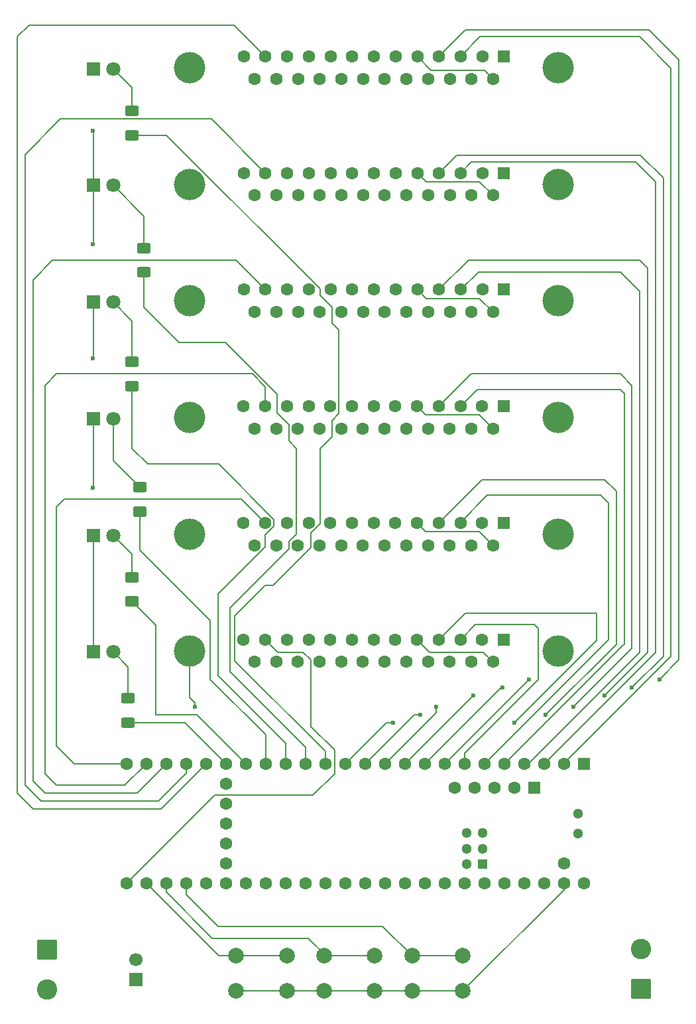
<source format=gbr>
%TF.GenerationSoftware,KiCad,Pcbnew,9.0.5*%
%TF.CreationDate,2025-11-20T14:08:09-05:00*%
%TF.ProjectId,Teensy_MotorShield,5465656e-7379-45f4-9d6f-746f72536869,rev?*%
%TF.SameCoordinates,Original*%
%TF.FileFunction,Copper,L1,Top*%
%TF.FilePolarity,Positive*%
%FSLAX46Y46*%
G04 Gerber Fmt 4.6, Leading zero omitted, Abs format (unit mm)*
G04 Created by KiCad (PCBNEW 9.0.5) date 2025-11-20 14:08:09*
%MOMM*%
%LPD*%
G01*
G04 APERTURE LIST*
G04 Aperture macros list*
%AMRoundRect*
0 Rectangle with rounded corners*
0 $1 Rounding radius*
0 $2 $3 $4 $5 $6 $7 $8 $9 X,Y pos of 4 corners*
0 Add a 4 corners polygon primitive as box body*
4,1,4,$2,$3,$4,$5,$6,$7,$8,$9,$2,$3,0*
0 Add four circle primitives for the rounded corners*
1,1,$1+$1,$2,$3*
1,1,$1+$1,$4,$5*
1,1,$1+$1,$6,$7*
1,1,$1+$1,$8,$9*
0 Add four rect primitives between the rounded corners*
20,1,$1+$1,$2,$3,$4,$5,0*
20,1,$1+$1,$4,$5,$6,$7,0*
20,1,$1+$1,$6,$7,$8,$9,0*
20,1,$1+$1,$8,$9,$2,$3,0*%
G04 Aperture macros list end*
%TA.AperFunction,ComponentPad*%
%ADD10R,1.800000X1.800000*%
%TD*%
%TA.AperFunction,ComponentPad*%
%ADD11C,1.800000*%
%TD*%
%TA.AperFunction,SMDPad,CuDef*%
%ADD12RoundRect,0.250000X0.625000X-0.400000X0.625000X0.400000X-0.625000X0.400000X-0.625000X-0.400000X0*%
%TD*%
%TA.AperFunction,SMDPad,CuDef*%
%ADD13RoundRect,0.250000X-0.625000X0.400000X-0.625000X-0.400000X0.625000X-0.400000X0.625000X0.400000X0*%
%TD*%
%TA.AperFunction,ComponentPad*%
%ADD14C,2.000000*%
%TD*%
%TA.AperFunction,ComponentPad*%
%ADD15C,4.000000*%
%TD*%
%TA.AperFunction,ComponentPad*%
%ADD16R,1.600000X1.600000*%
%TD*%
%TA.AperFunction,ComponentPad*%
%ADD17C,1.600000*%
%TD*%
%TA.AperFunction,ComponentPad*%
%ADD18RoundRect,0.250000X-1.050000X1.050000X-1.050000X-1.050000X1.050000X-1.050000X1.050000X1.050000X0*%
%TD*%
%TA.AperFunction,ComponentPad*%
%ADD19C,2.600000*%
%TD*%
%TA.AperFunction,ComponentPad*%
%ADD20R,1.300000X1.300000*%
%TD*%
%TA.AperFunction,ComponentPad*%
%ADD21C,1.300000*%
%TD*%
%TA.AperFunction,ComponentPad*%
%ADD22R,1.700000X1.700000*%
%TD*%
%TA.AperFunction,ComponentPad*%
%ADD23C,1.700000*%
%TD*%
%TA.AperFunction,ComponentPad*%
%ADD24RoundRect,0.250000X1.050000X-1.050000X1.050000X1.050000X-1.050000X1.050000X-1.050000X-1.050000X0*%
%TD*%
%TA.AperFunction,ViaPad*%
%ADD25C,0.600000*%
%TD*%
%TA.AperFunction,Conductor*%
%ADD26C,0.200000*%
%TD*%
G04 APERTURE END LIST*
D10*
%TO.P,D6,1,K*%
%TO.N,Net-(Axis1-PAD)*%
X120535000Y-109988961D03*
D11*
%TO.P,D6,2,A*%
%TO.N,Net-(D6-A)*%
X123075000Y-109988961D03*
%TD*%
D10*
%TO.P,D3,1,K*%
%TO.N,Net-(Axis1-PAD)*%
X120535000Y-65344872D03*
D11*
%TO.P,D3,2,A*%
%TO.N,Net-(D3-A)*%
X123075000Y-65344872D03*
%TD*%
D12*
%TO.P,R1,1*%
%TO.N,Net-(U1-12_MISO_MQSL)*%
X125500000Y-44050000D03*
%TO.P,R1,2*%
%TO.N,Net-(D1-A)*%
X125500000Y-40950000D03*
%TD*%
D13*
%TO.P,R6,1*%
%TO.N,Net-(D6-A)*%
X125000000Y-115900000D03*
%TO.P,R6,2*%
%TO.N,Net-(U1-27_A13_SCK1)*%
X125000000Y-119000000D03*
%TD*%
%TO.P,R5,1*%
%TO.N,Net-(D5-A)*%
X125500000Y-100450000D03*
%TO.P,R5,2*%
%TO.N,Net-(U1-26_A12_MOSI1)*%
X125500000Y-103550000D03*
%TD*%
D14*
%TO.P,BTN2,1,1*%
%TO.N,Net-(U1-35_TX8)*%
X150000000Y-148750000D03*
X156500000Y-148750000D03*
%TO.P,BTN2,2,2*%
%TO.N,Net-(BTN1-Pad2)*%
X150000000Y-153250000D03*
X156500000Y-153250000D03*
%TD*%
D15*
%TO.P,Axis5,0,PAD*%
%TO.N,Net-(Axis1-PAD)*%
X132805000Y-94945452D03*
X179905000Y-94945452D03*
D16*
%TO.P,Axis5,1,1*%
%TO.N,unconnected-(Axis5-Pad1)*%
X172975000Y-93525452D03*
D17*
%TO.P,Axis5,2,2*%
%TO.N,Net-(J3-Pin_1)*%
X170205000Y-93525452D03*
%TO.P,Axis5,3,3*%
%TO.N,Net-(U1-4_BCLK2)*%
X167435000Y-93525452D03*
%TO.P,Axis5,4,4*%
%TO.N,Net-(U1-10_CS_MQSR)*%
X164665000Y-93525452D03*
%TO.P,Axis5,5,5*%
%TO.N,Net-(Axis1-P14)*%
X161895000Y-93525452D03*
%TO.P,Axis5,6,6*%
%TO.N,unconnected-(Axis5-Pad6)*%
X159125000Y-93525452D03*
%TO.P,Axis5,7,7*%
%TO.N,unconnected-(Axis5-Pad7)*%
X156355000Y-93525452D03*
%TO.P,Axis5,8,8*%
%TO.N,unconnected-(Axis5-Pad8)*%
X153585000Y-93525452D03*
%TO.P,Axis5,9,9*%
%TO.N,unconnected-(Axis5-Pad9)*%
X150815000Y-93525452D03*
%TO.P,Axis5,10,10*%
%TO.N,unconnected-(Axis5-Pad10)*%
X148045000Y-93525452D03*
%TO.P,Axis5,11,11*%
%TO.N,unconnected-(Axis5-Pad11)*%
X145275000Y-93525452D03*
%TO.P,Axis5,12,12*%
%TO.N,Net-(U1-32_OUT1B)*%
X142505000Y-93525452D03*
%TO.P,Axis5,13,13*%
%TO.N,unconnected-(Axis5-Pad13)*%
X139735000Y-93525452D03*
%TO.P,Axis5,14,P14*%
%TO.N,Net-(Axis1-P14)*%
X171590000Y-96365452D03*
%TO.P,Axis5,15,P15*%
%TO.N,unconnected-(Axis5-P15-Pad15)*%
X168820000Y-96365452D03*
%TO.P,Axis5,16,P16*%
%TO.N,unconnected-(Axis5-P16-Pad16)*%
X166050000Y-96365452D03*
%TO.P,Axis5,17,P17*%
%TO.N,unconnected-(Axis5-P17-Pad17)*%
X163280000Y-96365452D03*
%TO.P,Axis5,18,P18*%
%TO.N,unconnected-(Axis5-P18-Pad18)*%
X160510000Y-96365452D03*
%TO.P,Axis5,19,P19*%
%TO.N,unconnected-(Axis5-P19-Pad19)*%
X157740000Y-96365452D03*
%TO.P,Axis5,20,P20*%
%TO.N,unconnected-(Axis5-P20-Pad20)*%
X154970000Y-96365452D03*
%TO.P,Axis5,21,P21*%
%TO.N,unconnected-(Axis5-P21-Pad21)*%
X152200000Y-96365452D03*
%TO.P,Axis5,22,P22*%
%TO.N,unconnected-(Axis5-P22-Pad22)*%
X149430000Y-96365452D03*
%TO.P,Axis5,23,P23*%
%TO.N,unconnected-(Axis5-P23-Pad23)*%
X146660000Y-96365452D03*
%TO.P,Axis5,24,P24*%
%TO.N,unconnected-(Axis5-P24-Pad24)*%
X143890000Y-96365452D03*
%TO.P,Axis5,25,P25*%
%TO.N,unconnected-(Axis5-P25-Pad25)*%
X141120000Y-96365452D03*
%TD*%
D14*
%TO.P,BTN3,1,1*%
%TO.N,Net-(U1-36_CS)*%
X161250000Y-148750000D03*
X167750000Y-148750000D03*
%TO.P,BTN3,2,2*%
%TO.N,Net-(BTN1-Pad2)*%
X161250000Y-153250000D03*
X167750000Y-153250000D03*
%TD*%
D15*
%TO.P,Axis1,0,PAD*%
%TO.N,Net-(Axis1-PAD)*%
X132830000Y-35420000D03*
X179930000Y-35420000D03*
D16*
%TO.P,Axis1,1,1*%
%TO.N,unconnected-(Axis1-Pad1)*%
X173000000Y-34000000D03*
D17*
%TO.P,Axis1,2,2*%
%TO.N,Net-(J3-Pin_1)*%
X170230000Y-34000000D03*
%TO.P,Axis1,3,3*%
%TO.N,Net-(U1-0_RX1_CRX2_CS1)*%
X167460000Y-34000000D03*
%TO.P,Axis1,4,4*%
%TO.N,Net-(U1-6_OUT1D)*%
X164690000Y-34000000D03*
%TO.P,Axis1,5,5*%
%TO.N,Net-(Axis1-P14)*%
X161920000Y-34000000D03*
%TO.P,Axis1,6,6*%
%TO.N,unconnected-(Axis1-Pad6)*%
X159150000Y-34000000D03*
%TO.P,Axis1,7,7*%
%TO.N,unconnected-(Axis1-Pad7)*%
X156380000Y-34000000D03*
%TO.P,Axis1,8,8*%
%TO.N,unconnected-(Axis1-Pad8)*%
X153610000Y-34000000D03*
%TO.P,Axis1,9,9*%
%TO.N,unconnected-(Axis1-Pad9)*%
X150840000Y-34000000D03*
%TO.P,Axis1,10,10*%
%TO.N,unconnected-(Axis1-Pad10)*%
X148070000Y-34000000D03*
%TO.P,Axis1,11,11*%
%TO.N,unconnected-(Axis1-Pad11)*%
X145300000Y-34000000D03*
%TO.P,Axis1,12,12*%
%TO.N,Net-(U1-28_RX7)*%
X142530000Y-34000000D03*
%TO.P,Axis1,13,13*%
%TO.N,unconnected-(Axis1-Pad13)*%
X139760000Y-34000000D03*
%TO.P,Axis1,14,P14*%
%TO.N,Net-(Axis1-P14)*%
X171615000Y-36840000D03*
%TO.P,Axis1,15,P15*%
%TO.N,unconnected-(Axis1-P15-Pad15)*%
X168845000Y-36840000D03*
%TO.P,Axis1,16,P16*%
%TO.N,unconnected-(Axis1-P16-Pad16)*%
X166075000Y-36840000D03*
%TO.P,Axis1,17,P17*%
%TO.N,unconnected-(Axis1-P17-Pad17)*%
X163305000Y-36840000D03*
%TO.P,Axis1,18,P18*%
%TO.N,unconnected-(Axis1-P18-Pad18)*%
X160535000Y-36840000D03*
%TO.P,Axis1,19,P19*%
%TO.N,unconnected-(Axis1-P19-Pad19)*%
X157765000Y-36840000D03*
%TO.P,Axis1,20,P20*%
%TO.N,unconnected-(Axis1-P20-Pad20)*%
X154995000Y-36840000D03*
%TO.P,Axis1,21,P21*%
%TO.N,unconnected-(Axis1-P21-Pad21)*%
X152225000Y-36840000D03*
%TO.P,Axis1,22,P22*%
%TO.N,unconnected-(Axis1-P22-Pad22)*%
X149455000Y-36840000D03*
%TO.P,Axis1,23,P23*%
%TO.N,unconnected-(Axis1-P23-Pad23)*%
X146685000Y-36840000D03*
%TO.P,Axis1,24,P24*%
%TO.N,unconnected-(Axis1-P24-Pad24)*%
X143915000Y-36840000D03*
%TO.P,Axis1,25,P25*%
%TO.N,unconnected-(Axis1-P25-Pad25)*%
X141145000Y-36840000D03*
%TD*%
D14*
%TO.P,BTN1,1,1*%
%TO.N,Net-(U1-34_RX8)*%
X138750000Y-148750000D03*
X145250000Y-148750000D03*
%TO.P,BTN1,2,2*%
%TO.N,Net-(BTN1-Pad2)*%
X138750000Y-153250000D03*
X145250000Y-153250000D03*
%TD*%
D18*
%TO.P,J1,1,Pin_1*%
%TO.N,Net-(Axis1-P14)*%
X114672500Y-147955000D03*
D19*
%TO.P,J1,2,Pin_2*%
%TO.N,Net-(Axis1-PAD)*%
X114672500Y-153035000D03*
%TD*%
D16*
%TO.P,U1,1,GND*%
%TO.N,unconnected-(U1-GND-Pad1)*%
X183200000Y-124260000D03*
D17*
%TO.P,U1,2,0_RX1_CRX2_CS1*%
%TO.N,Net-(U1-0_RX1_CRX2_CS1)*%
X180660000Y-124260000D03*
%TO.P,U1,3,1_TX1_CTX2_MISO1*%
%TO.N,Net-(U1-1_TX1_CTX2_MISO1)*%
X178120000Y-124260000D03*
%TO.P,U1,4,2_OUT2*%
%TO.N,Net-(U1-2_OUT2)*%
X175580000Y-124260000D03*
%TO.P,U1,5,3_LRCLK2*%
%TO.N,Net-(U1-3_LRCLK2)*%
X173040000Y-124260000D03*
%TO.P,U1,6,4_BCLK2*%
%TO.N,Net-(U1-4_BCLK2)*%
X170500000Y-124260000D03*
%TO.P,U1,7,5_IN2*%
%TO.N,Net-(U1-5_IN2)*%
X167960000Y-124260000D03*
%TO.P,U1,8,6_OUT1D*%
%TO.N,Net-(U1-6_OUT1D)*%
X165420000Y-124260000D03*
%TO.P,U1,9,7_RX2_OUT1A*%
%TO.N,Net-(U1-7_RX2_OUT1A)*%
X162880000Y-124260000D03*
%TO.P,U1,10,8_TX2_IN1*%
%TO.N,Net-(U1-8_TX2_IN1)*%
X160340000Y-124260000D03*
%TO.P,U1,11,9_OUT1C*%
%TO.N,Net-(U1-9_OUT1C)*%
X157800000Y-124260000D03*
%TO.P,U1,12,10_CS_MQSR*%
%TO.N,Net-(U1-10_CS_MQSR)*%
X155260000Y-124260000D03*
%TO.P,U1,13,11_MOSI_CTX1*%
%TO.N,Net-(U1-11_MOSI_CTX1)*%
X152720000Y-124260000D03*
%TO.P,U1,14,12_MISO_MQSL*%
%TO.N,Net-(U1-12_MISO_MQSL)*%
X150180000Y-124260000D03*
%TO.P,U1,15,3V3*%
%TO.N,Net-(R2-Pad1)*%
X147640000Y-124260000D03*
%TO.P,U1,16,24_A10_TX6_SCL2*%
%TO.N,Net-(U1-24_A10_TX6_SCL2)*%
X145100000Y-124260000D03*
%TO.P,U1,17,25_A11_RX6_SDA2*%
%TO.N,Net-(U1-25_A11_RX6_SDA2)*%
X142560000Y-124260000D03*
%TO.P,U1,18,26_A12_MOSI1*%
%TO.N,Net-(U1-26_A12_MOSI1)*%
X140020000Y-124260000D03*
%TO.P,U1,19,27_A13_SCK1*%
%TO.N,Net-(U1-27_A13_SCK1)*%
X137480000Y-124260000D03*
%TO.P,U1,20,28_RX7*%
%TO.N,Net-(U1-28_RX7)*%
X134940000Y-124260000D03*
%TO.P,U1,21,29_TX7*%
%TO.N,Net-(U1-29_TX7)*%
X132400000Y-124260000D03*
%TO.P,U1,22,30_CRX3*%
%TO.N,Net-(U1-30_CRX3)*%
X129860000Y-124260000D03*
%TO.P,U1,23,31_CTX3*%
%TO.N,Net-(U1-31_CTX3)*%
X127320000Y-124260000D03*
%TO.P,U1,24,32_OUT1B*%
%TO.N,Net-(U1-32_OUT1B)*%
X124780000Y-124260000D03*
%TO.P,U1,25,33_MCLK2*%
%TO.N,Net-(U1-33_MCLK2)*%
X124780000Y-139500000D03*
%TO.P,U1,26,34_RX8*%
%TO.N,Net-(U1-34_RX8)*%
X127320000Y-139500000D03*
%TO.P,U1,27,35_TX8*%
%TO.N,Net-(U1-35_TX8)*%
X129860000Y-139500000D03*
%TO.P,U1,28,36_CS*%
%TO.N,Net-(U1-36_CS)*%
X132400000Y-139500000D03*
%TO.P,U1,29,37_CS*%
%TO.N,unconnected-(U1-37_CS-Pad29)*%
X134940000Y-139500000D03*
%TO.P,U1,30,38_CS1_IN1*%
%TO.N,unconnected-(U1-38_CS1_IN1-Pad30)*%
X137480000Y-139500000D03*
%TO.P,U1,31,39_MISO1_OUT1A*%
%TO.N,unconnected-(U1-39_MISO1_OUT1A-Pad31)*%
X140020000Y-139500000D03*
%TO.P,U1,32,40_A16*%
%TO.N,unconnected-(U1-40_A16-Pad32)*%
X142560000Y-139500000D03*
%TO.P,U1,33,41_A17*%
%TO.N,unconnected-(U1-41_A17-Pad33)*%
X145100000Y-139500000D03*
%TO.P,U1,34,GND*%
%TO.N,unconnected-(U1-GND-Pad34)*%
X147640000Y-139500000D03*
%TO.P,U1,35,13_SCK_LED*%
%TO.N,unconnected-(U1-13_SCK_LED-Pad35)*%
X150180000Y-139500000D03*
%TO.P,U1,36,14_A0_TX3_SPDIF_OUT*%
%TO.N,unconnected-(U1-14_A0_TX3_SPDIF_OUT-Pad36)*%
X152720000Y-139500000D03*
%TO.P,U1,37,15_A1_RX3_SPDIF_IN*%
%TO.N,unconnected-(U1-15_A1_RX3_SPDIF_IN-Pad37)*%
X155260000Y-139500000D03*
%TO.P,U1,38,16_A2_RX4_SCL1*%
%TO.N,unconnected-(U1-16_A2_RX4_SCL1-Pad38)*%
X157800000Y-139500000D03*
%TO.P,U1,39,17_A3_TX4_SDA1*%
%TO.N,unconnected-(U1-17_A3_TX4_SDA1-Pad39)*%
X160340000Y-139500000D03*
%TO.P,U1,40,18_A4_SDA*%
%TO.N,unconnected-(U1-18_A4_SDA-Pad40)*%
X162880000Y-139500000D03*
%TO.P,U1,41,19_A5_SCL*%
%TO.N,unconnected-(U1-19_A5_SCL-Pad41)*%
X165420000Y-139500000D03*
%TO.P,U1,42,20_A6_TX5_LRCLK1*%
%TO.N,unconnected-(U1-20_A6_TX5_LRCLK1-Pad42)*%
X167960000Y-139500000D03*
%TO.P,U1,43,21_A7_RX5_BCLK1*%
%TO.N,unconnected-(U1-21_A7_RX5_BCLK1-Pad43)*%
X170500000Y-139500000D03*
%TO.P,U1,44,22_A8_CTX1*%
%TO.N,unconnected-(U1-22_A8_CTX1-Pad44)*%
X173040000Y-139500000D03*
%TO.P,U1,45,23_A9_CRX1_MCLK1*%
%TO.N,unconnected-(U1-23_A9_CRX1_MCLK1-Pad45)*%
X175580000Y-139500000D03*
%TO.P,U1,46,3V3*%
%TO.N,unconnected-(U1-3V3-Pad46)*%
X178120000Y-139500000D03*
%TO.P,U1,47,GND*%
%TO.N,Net-(BTN1-Pad2)*%
X180660000Y-139500000D03*
%TO.P,U1,48,VIN*%
%TO.N,unconnected-(U1-VIN-Pad48)*%
X183200000Y-139500000D03*
%TO.P,U1,49,VUSB*%
%TO.N,unconnected-(U1-VUSB-Pad49)*%
X180660000Y-136960000D03*
%TO.P,U1,50,VBAT*%
%TO.N,unconnected-(U1-VBAT-Pad50)*%
X137480000Y-126800000D03*
%TO.P,U1,51,3V3*%
%TO.N,unconnected-(U1-3V3-Pad51)*%
X137480000Y-129340000D03*
%TO.P,U1,52,GND*%
%TO.N,Net-(Axis1-PAD)*%
X137480000Y-131880000D03*
%TO.P,U1,53,PROGRAM*%
%TO.N,unconnected-(U1-PROGRAM-Pad53)*%
X137480000Y-134420000D03*
%TO.P,U1,54,ON_OFF*%
%TO.N,unconnected-(U1-ON_OFF-Pad54)*%
X137480000Y-136960000D03*
D16*
%TO.P,U1,55,5V*%
%TO.N,unconnected-(U1-5V-Pad55)*%
X176900800Y-127310800D03*
D17*
%TO.P,U1,56,D-*%
%TO.N,unconnected-(U1-D--Pad56)*%
X174360800Y-127310800D03*
%TO.P,U1,57,D+*%
%TO.N,unconnected-(U1-D+-Pad57)*%
X171820800Y-127310800D03*
%TO.P,U1,58,GND*%
%TO.N,unconnected-(U1-GND-Pad58)*%
X169280800Y-127310800D03*
%TO.P,U1,59,GND*%
%TO.N,unconnected-(U1-GND-Pad59)*%
X166740800Y-127310800D03*
D20*
%TO.P,U1,60,R+*%
%TO.N,unconnected-(U1-R+-Pad60)*%
X170230000Y-137061600D03*
D21*
%TO.P,U1,61,LED*%
%TO.N,unconnected-(U1-LED-Pad61)*%
X170230000Y-135061600D03*
%TO.P,U1,62,T-*%
%TO.N,unconnected-(U1-T--Pad62)*%
X170230000Y-133061600D03*
%TO.P,U1,63,T+*%
%TO.N,unconnected-(U1-T+-Pad63)*%
X168230000Y-133061600D03*
%TO.P,U1,64,GND*%
%TO.N,unconnected-(U1-GND-Pad64)*%
X168230000Y-135061600D03*
%TO.P,U1,65,R-*%
%TO.N,unconnected-(U1-R--Pad65)*%
X168230000Y-137061600D03*
%TO.P,U1,66,D-*%
%TO.N,unconnected-(U1-D--Pad66)*%
X182470000Y-133150000D03*
%TO.P,U1,67,D+*%
%TO.N,unconnected-(U1-D+-Pad67)*%
X182470000Y-130610000D03*
%TD*%
D10*
%TO.P,D1,1,K*%
%TO.N,Net-(Axis1-PAD)*%
X120535000Y-35582146D03*
D11*
%TO.P,D1,2,A*%
%TO.N,Net-(D1-A)*%
X123075000Y-35582146D03*
%TD*%
D10*
%TO.P,D5,1,K*%
%TO.N,Net-(Axis1-PAD)*%
X120535000Y-95107598D03*
D11*
%TO.P,D5,2,A*%
%TO.N,Net-(D5-A)*%
X123075000Y-95107598D03*
%TD*%
D12*
%TO.P,R3,1*%
%TO.N,Net-(U1-24_A10_TX6_SCL2)*%
X125500000Y-76050000D03*
%TO.P,R3,2*%
%TO.N,Net-(D3-A)*%
X125500000Y-72950000D03*
%TD*%
D22*
%TO.P,J2,1,Pin_1*%
%TO.N,Net-(Axis1-PAD)*%
X126000000Y-151775000D03*
D23*
%TO.P,J2,2,Pin_2*%
%TO.N,Net-(Axis1-P14)*%
X126000000Y-149235000D03*
%TD*%
D12*
%TO.P,R4,1*%
%TO.N,Net-(U1-25_A11_RX6_SDA2)*%
X126500000Y-92050000D03*
%TO.P,R4,2*%
%TO.N,Net-(D4-A)*%
X126500000Y-88950000D03*
%TD*%
%TO.P,R2,1*%
%TO.N,Net-(R2-Pad1)*%
X127000000Y-61550000D03*
%TO.P,R2,2*%
%TO.N,Net-(D2-A)*%
X127000000Y-58450000D03*
%TD*%
D10*
%TO.P,D2,1,K*%
%TO.N,Net-(Axis1-PAD)*%
X120535000Y-50463509D03*
D11*
%TO.P,D2,2,A*%
%TO.N,Net-(D2-A)*%
X123075000Y-50463509D03*
%TD*%
D15*
%TO.P,Axis2,0,PAD*%
%TO.N,Net-(Axis1-PAD)*%
X132830000Y-50301363D03*
X179930000Y-50301363D03*
D16*
%TO.P,Axis2,1,1*%
%TO.N,unconnected-(Axis2-Pad1)*%
X173000000Y-48881363D03*
D17*
%TO.P,Axis2,2,2*%
%TO.N,Net-(J3-Pin_1)*%
X170230000Y-48881363D03*
%TO.P,Axis2,3,3*%
%TO.N,Net-(U1-1_TX1_CTX2_MISO1)*%
X167460000Y-48881363D03*
%TO.P,Axis2,4,4*%
%TO.N,Net-(U1-7_RX2_OUT1A)*%
X164690000Y-48881363D03*
%TO.P,Axis2,5,5*%
%TO.N,Net-(Axis1-P14)*%
X161920000Y-48881363D03*
%TO.P,Axis2,6,6*%
%TO.N,unconnected-(Axis2-Pad6)*%
X159150000Y-48881363D03*
%TO.P,Axis2,7,7*%
%TO.N,unconnected-(Axis2-Pad7)*%
X156380000Y-48881363D03*
%TO.P,Axis2,8,8*%
%TO.N,unconnected-(Axis2-Pad8)*%
X153610000Y-48881363D03*
%TO.P,Axis2,9,9*%
%TO.N,unconnected-(Axis2-Pad9)*%
X150840000Y-48881363D03*
%TO.P,Axis2,10,10*%
%TO.N,unconnected-(Axis2-Pad10)*%
X148070000Y-48881363D03*
%TO.P,Axis2,11,11*%
%TO.N,unconnected-(Axis2-Pad11)*%
X145300000Y-48881363D03*
%TO.P,Axis2,12,12*%
%TO.N,Net-(U1-29_TX7)*%
X142530000Y-48881363D03*
%TO.P,Axis2,13,13*%
%TO.N,unconnected-(Axis2-Pad13)*%
X139760000Y-48881363D03*
%TO.P,Axis2,14,P14*%
%TO.N,Net-(Axis1-P14)*%
X171615000Y-51721363D03*
%TO.P,Axis2,15,P15*%
%TO.N,unconnected-(Axis2-P15-Pad15)*%
X168845000Y-51721363D03*
%TO.P,Axis2,16,P16*%
%TO.N,unconnected-(Axis2-P16-Pad16)*%
X166075000Y-51721363D03*
%TO.P,Axis2,17,P17*%
%TO.N,unconnected-(Axis2-P17-Pad17)*%
X163305000Y-51721363D03*
%TO.P,Axis2,18,P18*%
%TO.N,unconnected-(Axis2-P18-Pad18)*%
X160535000Y-51721363D03*
%TO.P,Axis2,19,P19*%
%TO.N,unconnected-(Axis2-P19-Pad19)*%
X157765000Y-51721363D03*
%TO.P,Axis2,20,P20*%
%TO.N,unconnected-(Axis2-P20-Pad20)*%
X154995000Y-51721363D03*
%TO.P,Axis2,21,P21*%
%TO.N,unconnected-(Axis2-P21-Pad21)*%
X152225000Y-51721363D03*
%TO.P,Axis2,22,P22*%
%TO.N,unconnected-(Axis2-P22-Pad22)*%
X149455000Y-51721363D03*
%TO.P,Axis2,23,P23*%
%TO.N,unconnected-(Axis2-P23-Pad23)*%
X146685000Y-51721363D03*
%TO.P,Axis2,24,P24*%
%TO.N,unconnected-(Axis2-P24-Pad24)*%
X143915000Y-51721363D03*
%TO.P,Axis2,25,P25*%
%TO.N,unconnected-(Axis2-P25-Pad25)*%
X141145000Y-51721363D03*
%TD*%
D10*
%TO.P,D4,1,K*%
%TO.N,Net-(Axis1-PAD)*%
X120535000Y-80226235D03*
D11*
%TO.P,D4,2,A*%
%TO.N,Net-(D4-A)*%
X123075000Y-80226235D03*
%TD*%
D24*
%TO.P,J3,1,Pin_1*%
%TO.N,Net-(J3-Pin_1)*%
X190500000Y-153000000D03*
D19*
%TO.P,J3,2,Pin_2*%
%TO.N,Net-(Axis1-PAD)*%
X190500000Y-147920000D03*
%TD*%
D15*
%TO.P,Axis6,0,PAD*%
%TO.N,Net-(Axis1-PAD)*%
X132805000Y-109826815D03*
X179905000Y-109826815D03*
D16*
%TO.P,Axis6,1,1*%
%TO.N,unconnected-(Axis6-Pad1)*%
X172975000Y-108406815D03*
D17*
%TO.P,Axis6,2,2*%
%TO.N,Net-(J3-Pin_1)*%
X170205000Y-108406815D03*
%TO.P,Axis6,3,3*%
%TO.N,Net-(U1-5_IN2)*%
X167435000Y-108406815D03*
%TO.P,Axis6,4,4*%
%TO.N,Net-(U1-11_MOSI_CTX1)*%
X164665000Y-108406815D03*
%TO.P,Axis6,5,5*%
%TO.N,Net-(Axis1-P14)*%
X161895000Y-108406815D03*
%TO.P,Axis6,6,6*%
%TO.N,unconnected-(Axis6-Pad6)*%
X159125000Y-108406815D03*
%TO.P,Axis6,7,7*%
%TO.N,unconnected-(Axis6-Pad7)*%
X156355000Y-108406815D03*
%TO.P,Axis6,8,8*%
%TO.N,unconnected-(Axis6-Pad8)*%
X153585000Y-108406815D03*
%TO.P,Axis6,9,9*%
%TO.N,unconnected-(Axis6-Pad9)*%
X150815000Y-108406815D03*
%TO.P,Axis6,10,10*%
%TO.N,unconnected-(Axis6-Pad10)*%
X148045000Y-108406815D03*
%TO.P,Axis6,11,11*%
%TO.N,unconnected-(Axis6-Pad11)*%
X145275000Y-108406815D03*
%TO.P,Axis6,12,12*%
%TO.N,Net-(U1-33_MCLK2)*%
X142505000Y-108406815D03*
%TO.P,Axis6,13,13*%
%TO.N,unconnected-(Axis6-Pad13)*%
X139735000Y-108406815D03*
%TO.P,Axis6,14,P14*%
%TO.N,Net-(Axis1-P14)*%
X171590000Y-111246815D03*
%TO.P,Axis6,15,P15*%
%TO.N,unconnected-(Axis6-P15-Pad15)*%
X168820000Y-111246815D03*
%TO.P,Axis6,16,P16*%
%TO.N,unconnected-(Axis6-P16-Pad16)*%
X166050000Y-111246815D03*
%TO.P,Axis6,17,P17*%
%TO.N,unconnected-(Axis6-P17-Pad17)*%
X163280000Y-111246815D03*
%TO.P,Axis6,18,P18*%
%TO.N,unconnected-(Axis6-P18-Pad18)*%
X160510000Y-111246815D03*
%TO.P,Axis6,19,P19*%
%TO.N,unconnected-(Axis6-P19-Pad19)*%
X157740000Y-111246815D03*
%TO.P,Axis6,20,P20*%
%TO.N,unconnected-(Axis6-P20-Pad20)*%
X154970000Y-111246815D03*
%TO.P,Axis6,21,P21*%
%TO.N,unconnected-(Axis6-P21-Pad21)*%
X152200000Y-111246815D03*
%TO.P,Axis6,22,P22*%
%TO.N,unconnected-(Axis6-P22-Pad22)*%
X149430000Y-111246815D03*
%TO.P,Axis6,23,P23*%
%TO.N,unconnected-(Axis6-P23-Pad23)*%
X146660000Y-111246815D03*
%TO.P,Axis6,24,P24*%
%TO.N,unconnected-(Axis6-P24-Pad24)*%
X143890000Y-111246815D03*
%TO.P,Axis6,25,P25*%
%TO.N,unconnected-(Axis6-P25-Pad25)*%
X141120000Y-111246815D03*
%TD*%
D15*
%TO.P,Axis3,0,PAD*%
%TO.N,Net-(Axis1-PAD)*%
X132830000Y-65182726D03*
X179930000Y-65182726D03*
D16*
%TO.P,Axis3,1,1*%
%TO.N,unconnected-(Axis3-Pad1)*%
X173000000Y-63762726D03*
D17*
%TO.P,Axis3,2,2*%
%TO.N,Net-(J3-Pin_1)*%
X170230000Y-63762726D03*
%TO.P,Axis3,3,3*%
%TO.N,Net-(U1-2_OUT2)*%
X167460000Y-63762726D03*
%TO.P,Axis3,4,4*%
%TO.N,Net-(U1-8_TX2_IN1)*%
X164690000Y-63762726D03*
%TO.P,Axis3,5,5*%
%TO.N,Net-(Axis1-P14)*%
X161920000Y-63762726D03*
%TO.P,Axis3,6,6*%
%TO.N,unconnected-(Axis3-Pad6)*%
X159150000Y-63762726D03*
%TO.P,Axis3,7,7*%
%TO.N,unconnected-(Axis3-Pad7)*%
X156380000Y-63762726D03*
%TO.P,Axis3,8,8*%
%TO.N,unconnected-(Axis3-Pad8)*%
X153610000Y-63762726D03*
%TO.P,Axis3,9,9*%
%TO.N,unconnected-(Axis3-Pad9)*%
X150840000Y-63762726D03*
%TO.P,Axis3,10,10*%
%TO.N,unconnected-(Axis3-Pad10)*%
X148070000Y-63762726D03*
%TO.P,Axis3,11,11*%
%TO.N,unconnected-(Axis3-Pad11)*%
X145300000Y-63762726D03*
%TO.P,Axis3,12,12*%
%TO.N,Net-(U1-30_CRX3)*%
X142530000Y-63762726D03*
%TO.P,Axis3,13,13*%
%TO.N,unconnected-(Axis3-Pad13)*%
X139760000Y-63762726D03*
%TO.P,Axis3,14,P14*%
%TO.N,Net-(Axis1-P14)*%
X171615000Y-66602726D03*
%TO.P,Axis3,15,P15*%
%TO.N,unconnected-(Axis3-P15-Pad15)*%
X168845000Y-66602726D03*
%TO.P,Axis3,16,P16*%
%TO.N,unconnected-(Axis3-P16-Pad16)*%
X166075000Y-66602726D03*
%TO.P,Axis3,17,P17*%
%TO.N,unconnected-(Axis3-P17-Pad17)*%
X163305000Y-66602726D03*
%TO.P,Axis3,18,P18*%
%TO.N,unconnected-(Axis3-P18-Pad18)*%
X160535000Y-66602726D03*
%TO.P,Axis3,19,P19*%
%TO.N,unconnected-(Axis3-P19-Pad19)*%
X157765000Y-66602726D03*
%TO.P,Axis3,20,P20*%
%TO.N,unconnected-(Axis3-P20-Pad20)*%
X154995000Y-66602726D03*
%TO.P,Axis3,21,P21*%
%TO.N,unconnected-(Axis3-P21-Pad21)*%
X152225000Y-66602726D03*
%TO.P,Axis3,22,P22*%
%TO.N,unconnected-(Axis3-P22-Pad22)*%
X149455000Y-66602726D03*
%TO.P,Axis3,23,P23*%
%TO.N,unconnected-(Axis3-P23-Pad23)*%
X146685000Y-66602726D03*
%TO.P,Axis3,24,P24*%
%TO.N,unconnected-(Axis3-P24-Pad24)*%
X143915000Y-66602726D03*
%TO.P,Axis3,25,P25*%
%TO.N,unconnected-(Axis3-P25-Pad25)*%
X141145000Y-66602726D03*
%TD*%
D15*
%TO.P,Axis4,0,PAD*%
%TO.N,Net-(Axis1-PAD)*%
X132805000Y-80064089D03*
X179905000Y-80064089D03*
D16*
%TO.P,Axis4,1,1*%
%TO.N,unconnected-(Axis4-Pad1)*%
X172975000Y-78644089D03*
D17*
%TO.P,Axis4,2,2*%
%TO.N,Net-(J3-Pin_1)*%
X170205000Y-78644089D03*
%TO.P,Axis4,3,3*%
%TO.N,Net-(U1-3_LRCLK2)*%
X167435000Y-78644089D03*
%TO.P,Axis4,4,4*%
%TO.N,Net-(U1-9_OUT1C)*%
X164665000Y-78644089D03*
%TO.P,Axis4,5,5*%
%TO.N,Net-(Axis1-P14)*%
X161895000Y-78644089D03*
%TO.P,Axis4,6,6*%
%TO.N,unconnected-(Axis4-Pad6)*%
X159125000Y-78644089D03*
%TO.P,Axis4,7,7*%
%TO.N,unconnected-(Axis4-Pad7)*%
X156355000Y-78644089D03*
%TO.P,Axis4,8,8*%
%TO.N,unconnected-(Axis4-Pad8)*%
X153585000Y-78644089D03*
%TO.P,Axis4,9,9*%
%TO.N,unconnected-(Axis4-Pad9)*%
X150815000Y-78644089D03*
%TO.P,Axis4,10,10*%
%TO.N,unconnected-(Axis4-Pad10)*%
X148045000Y-78644089D03*
%TO.P,Axis4,11,11*%
%TO.N,unconnected-(Axis4-Pad11)*%
X145275000Y-78644089D03*
%TO.P,Axis4,12,12*%
%TO.N,Net-(U1-31_CTX3)*%
X142505000Y-78644089D03*
%TO.P,Axis4,13,13*%
%TO.N,unconnected-(Axis4-Pad13)*%
X139735000Y-78644089D03*
%TO.P,Axis4,14,P14*%
%TO.N,Net-(Axis1-P14)*%
X171590000Y-81484089D03*
%TO.P,Axis4,15,P15*%
%TO.N,unconnected-(Axis4-P15-Pad15)*%
X168820000Y-81484089D03*
%TO.P,Axis4,16,P16*%
%TO.N,unconnected-(Axis4-P16-Pad16)*%
X166050000Y-81484089D03*
%TO.P,Axis4,17,P17*%
%TO.N,unconnected-(Axis4-P17-Pad17)*%
X163280000Y-81484089D03*
%TO.P,Axis4,18,P18*%
%TO.N,unconnected-(Axis4-P18-Pad18)*%
X160510000Y-81484089D03*
%TO.P,Axis4,19,P19*%
%TO.N,unconnected-(Axis4-P19-Pad19)*%
X157740000Y-81484089D03*
%TO.P,Axis4,20,P20*%
%TO.N,unconnected-(Axis4-P20-Pad20)*%
X154970000Y-81484089D03*
%TO.P,Axis4,21,P21*%
%TO.N,unconnected-(Axis4-P21-Pad21)*%
X152200000Y-81484089D03*
%TO.P,Axis4,22,P22*%
%TO.N,unconnected-(Axis4-P22-Pad22)*%
X149430000Y-81484089D03*
%TO.P,Axis4,23,P23*%
%TO.N,unconnected-(Axis4-P23-Pad23)*%
X146660000Y-81484089D03*
%TO.P,Axis4,24,P24*%
%TO.N,unconnected-(Axis4-P24-Pad24)*%
X143890000Y-81484089D03*
%TO.P,Axis4,25,P25*%
%TO.N,unconnected-(Axis4-P25-Pad25)*%
X141120000Y-81484089D03*
%TD*%
D25*
%TO.N,Net-(U1-6_OUT1D)*%
X192840000Y-113500000D03*
X176180000Y-113500000D03*
%TO.N,Net-(U1-7_RX2_OUT1A)*%
X172840000Y-114495735D03*
X189340000Y-114500000D03*
%TO.N,Net-(U1-8_TX2_IN1)*%
X185840000Y-115500000D03*
X169100000Y-115500000D03*
%TO.N,Net-(U1-9_OUT1C)*%
X181840000Y-117000000D03*
X164340000Y-117000000D03*
%TO.N,Net-(U1-10_CS_MQSR)*%
X162340000Y-118000000D03*
X178340000Y-118000000D03*
%TO.N,Net-(U1-11_MOSI_CTX1)*%
X158840000Y-119000000D03*
X174340000Y-119000000D03*
%TO.N,Net-(Axis1-PAD)*%
X133500000Y-117000000D03*
X120500000Y-89000000D03*
X120500000Y-43500000D03*
X120500000Y-72500000D03*
X120500000Y-58000000D03*
%TD*%
D26*
%TO.N,Net-(BTN1-Pad2)*%
X161250000Y-153250000D02*
X167750000Y-153250000D01*
%TO.N,Net-(U1-36_CS)*%
X161250000Y-148750000D02*
X167750000Y-148750000D01*
%TO.N,Net-(BTN1-Pad2)*%
X150250000Y-153250000D02*
X156750000Y-153250000D01*
%TO.N,Net-(U1-35_TX8)*%
X150250000Y-148750000D02*
X156750000Y-148750000D01*
%TO.N,Net-(U1-34_RX8)*%
X138750000Y-148750000D02*
X145250000Y-148750000D01*
%TO.N,Net-(BTN1-Pad2)*%
X138750000Y-153250000D02*
X145250000Y-153250000D01*
%TO.N,Net-(U1-36_CS)*%
X136500000Y-145000000D02*
X132400000Y-140900000D01*
X132400000Y-140900000D02*
X132400000Y-139500000D01*
X157500000Y-145000000D02*
X136500000Y-145000000D01*
X161250000Y-148750000D02*
X157500000Y-145000000D01*
%TO.N,Net-(U1-35_TX8)*%
X129860000Y-140610000D02*
X129860000Y-139500000D01*
X135750000Y-146500000D02*
X129860000Y-140610000D01*
X148000000Y-146500000D02*
X135750000Y-146500000D01*
X150250000Y-148750000D02*
X148000000Y-146500000D01*
X130000000Y-139640000D02*
X129860000Y-139500000D01*
X150250000Y-148750000D02*
X150500000Y-149000000D01*
%TO.N,Net-(U1-34_RX8)*%
X136570000Y-148750000D02*
X127320000Y-139500000D01*
X138750000Y-148750000D02*
X136570000Y-148750000D01*
%TO.N,Net-(BTN1-Pad2)*%
X150250000Y-153250000D02*
X145250000Y-153250000D01*
X161250000Y-153250000D02*
X156750000Y-153250000D01*
X180660000Y-140340000D02*
X180660000Y-139500000D01*
X167750000Y-153250000D02*
X180660000Y-140340000D01*
%TO.N,Net-(U1-28_RX7)*%
X142530000Y-34000000D02*
X138530000Y-30000000D01*
X138530000Y-30000000D02*
X112340000Y-30000000D01*
X110840000Y-31500000D02*
X110840000Y-128000000D01*
X112840000Y-130000000D02*
X129200000Y-130000000D01*
X129200000Y-130000000D02*
X134940000Y-124260000D01*
X110840000Y-128000000D02*
X112840000Y-130000000D01*
X110840000Y-31500000D02*
X112340000Y-30000000D01*
%TO.N,Net-(Axis1-P14)*%
X163021000Y-49982363D02*
X161920000Y-48881363D01*
X171590000Y-81484089D02*
X169851000Y-79745089D01*
X169876000Y-49982363D02*
X163021000Y-49982363D01*
X163021000Y-64863726D02*
X161920000Y-63762726D01*
X162996000Y-94626452D02*
X161895000Y-93525452D01*
X169851000Y-79745089D02*
X162996000Y-79745089D01*
X163488185Y-110000000D02*
X161895000Y-108406815D01*
X170343185Y-110000000D02*
X163488185Y-110000000D01*
X171615000Y-36840000D02*
X170514000Y-35739000D01*
X162996000Y-79745089D02*
X161895000Y-78644089D01*
X171590000Y-96365452D02*
X169851000Y-94626452D01*
X171615000Y-66602726D02*
X169876000Y-64863726D01*
X171590000Y-111246815D02*
X170343185Y-110000000D01*
X163659000Y-35739000D02*
X161920000Y-34000000D01*
X170514000Y-35739000D02*
X163659000Y-35739000D01*
X169876000Y-64863726D02*
X163021000Y-64863726D01*
X171615000Y-51721363D02*
X169876000Y-49982363D01*
X169851000Y-94626452D02*
X162996000Y-94626452D01*
%TO.N,Net-(U1-6_OUT1D)*%
X195340000Y-34432900D02*
X191506100Y-30599000D01*
X168091000Y-30599000D02*
X164690000Y-34000000D01*
X195340000Y-111000000D02*
X195340000Y-34432900D01*
X192840000Y-113500000D02*
X195340000Y-111000000D01*
X176180000Y-113500000D02*
X165420000Y-124260000D01*
X191506100Y-30599000D02*
X168091000Y-30599000D01*
%TO.N,Net-(U1-0_RX1_CRX2_CS1)*%
X194340000Y-110500000D02*
X180660000Y-124180000D01*
X167460000Y-34000000D02*
X169960000Y-31500000D01*
X169960000Y-31500000D02*
X190340000Y-31500000D01*
X190340000Y-31500000D02*
X194340000Y-35500000D01*
X194340000Y-35500000D02*
X194340000Y-110500000D01*
%TO.N,Net-(U1-1_TX1_CTX2_MISO1)*%
X178120000Y-124260000D02*
X192340000Y-110040000D01*
X192340000Y-50000000D02*
X189840000Y-47500000D01*
X192340000Y-110040000D02*
X192340000Y-50000000D01*
X189840000Y-47500000D02*
X168841363Y-47500000D01*
X168841363Y-47500000D02*
X167460000Y-48881363D01*
%TO.N,Net-(U1-7_RX2_OUT1A)*%
X193340000Y-110500000D02*
X193340000Y-49500000D01*
X193340000Y-49500000D02*
X190439000Y-46599000D01*
X190439000Y-46599000D02*
X166972363Y-46599000D01*
X172840000Y-114495735D02*
X172644265Y-114495735D01*
X166972363Y-46599000D02*
X164690000Y-48881363D01*
X189340000Y-114500000D02*
X193340000Y-110500000D01*
X172644265Y-114495735D02*
X162880000Y-124260000D01*
%TO.N,Net-(U1-26_A12_MOSI1)*%
X128500000Y-118000000D02*
X128500000Y-106550000D01*
X140020000Y-124260000D02*
X133760000Y-118000000D01*
X133760000Y-118000000D02*
X128500000Y-118000000D01*
X128500000Y-106550000D02*
X125500000Y-103550000D01*
%TO.N,Net-(U1-27_A13_SCK1)*%
X137480000Y-124260000D02*
X132220000Y-119000000D01*
X132220000Y-119000000D02*
X125000000Y-119000000D01*
%TO.N,Net-(U1-25_A11_RX6_SDA2)*%
X142560000Y-124260000D02*
X142560000Y-120560000D01*
X126500000Y-97000000D02*
X126500000Y-92050000D01*
X135500000Y-106000000D02*
X126500000Y-97000000D01*
X142560000Y-120560000D02*
X135500000Y-113500000D01*
X135500000Y-113500000D02*
X135500000Y-106000000D01*
%TO.N,Net-(U1-24_A10_TX6_SCL2)*%
X145100000Y-124260000D02*
X145100000Y-121600000D01*
X136536598Y-86000000D02*
X127500000Y-86000000D01*
X143606000Y-93981502D02*
X143606000Y-93069402D01*
X136500000Y-113000000D02*
X136500000Y-102542502D01*
X125500000Y-84000000D02*
X125500000Y-76050000D01*
X136500000Y-102542502D02*
X142500000Y-96542502D01*
X142500000Y-96542502D02*
X142500000Y-95087502D01*
X127500000Y-86000000D02*
X125500000Y-84000000D01*
X142500000Y-95087502D02*
X143606000Y-93981502D01*
X143606000Y-93069402D02*
X136536598Y-86000000D01*
X145100000Y-121600000D02*
X136500000Y-113000000D01*
%TO.N,Net-(R2-Pad1)*%
X146500000Y-94968402D02*
X146500000Y-84000000D01*
X138000000Y-104380502D02*
X145559000Y-96821502D01*
X145500000Y-83000000D02*
X145500000Y-81000000D01*
X138000000Y-112500000D02*
X138000000Y-104380502D01*
X146500000Y-84000000D02*
X145500000Y-83000000D01*
X147640000Y-124260000D02*
X147640000Y-122140000D01*
X127000000Y-66000000D02*
X127000000Y-61550000D01*
X144000000Y-79500000D02*
X144000000Y-77092900D01*
X137407100Y-70500000D02*
X131500000Y-70500000D01*
X144000000Y-77092900D02*
X137407100Y-70500000D01*
X145559000Y-96821502D02*
X145559000Y-95909402D01*
X147640000Y-122140000D02*
X138000000Y-112500000D01*
X145559000Y-95909402D02*
X146500000Y-94968402D01*
X131500000Y-70500000D02*
X127000000Y-66000000D01*
X145500000Y-81000000D02*
X144000000Y-79500000D01*
%TO.N,Net-(U1-29_TX7)*%
X111840000Y-46500000D02*
X116340000Y-42000000D01*
X128840000Y-129000000D02*
X113840000Y-129000000D01*
X111840000Y-127000000D02*
X111840000Y-46500000D01*
X116340000Y-42000000D02*
X135648637Y-42000000D01*
X135648637Y-42000000D02*
X142530000Y-48881363D01*
X113840000Y-129000000D02*
X111840000Y-127000000D01*
X132400000Y-125440000D02*
X128840000Y-129000000D01*
X132400000Y-124260000D02*
X132400000Y-125440000D01*
%TO.N,Net-(U1-2_OUT2)*%
X190340000Y-110000000D02*
X190340000Y-64000000D01*
X187840000Y-61500000D02*
X169722726Y-61500000D01*
X190340000Y-64000000D02*
X187840000Y-61500000D01*
X176080000Y-124260000D02*
X190340000Y-110000000D01*
X169722726Y-61500000D02*
X167460000Y-63762726D01*
%TO.N,Net-(U1-8_TX2_IN1)*%
X168452726Y-60000000D02*
X164690000Y-63762726D01*
X191340000Y-110000000D02*
X191340000Y-61000000D01*
X185840000Y-115500000D02*
X191340000Y-110000000D01*
X169100000Y-115500000D02*
X160340000Y-124260000D01*
X191340000Y-61000000D02*
X190340000Y-60000000D01*
X190340000Y-60000000D02*
X168452726Y-60000000D01*
%TO.N,Net-(U1-30_CRX3)*%
X112840000Y-126500000D02*
X114340000Y-128000000D01*
X112840000Y-62500000D02*
X112840000Y-126500000D01*
X115340000Y-60000000D02*
X112840000Y-62500000D01*
X138767274Y-60000000D02*
X115340000Y-60000000D01*
X114340000Y-128000000D02*
X126120000Y-128000000D01*
X126120000Y-128000000D02*
X129860000Y-124260000D01*
X142530000Y-63762726D02*
X138767274Y-60000000D01*
%TO.N,Net-(U1-31_CTX3)*%
X115840000Y-74500000D02*
X140840000Y-74500000D01*
X140840000Y-74500000D02*
X142505000Y-76165000D01*
X142505000Y-76165000D02*
X142505000Y-78644089D01*
X124580000Y-127000000D02*
X115840000Y-127000000D01*
X114340000Y-125500000D02*
X114340000Y-76000000D01*
X127320000Y-124260000D02*
X124580000Y-127000000D01*
X114340000Y-76000000D02*
X115840000Y-74500000D01*
X115840000Y-127000000D02*
X114340000Y-125500000D01*
%TO.N,Net-(U1-3_LRCLK2)*%
X188300000Y-109000000D02*
X188340000Y-109000000D01*
X188340000Y-77000000D02*
X187840000Y-76500000D01*
X173040000Y-124260000D02*
X188300000Y-109000000D01*
X187840000Y-76500000D02*
X169579089Y-76500000D01*
X169579089Y-76500000D02*
X167435000Y-78644089D01*
X188340000Y-109000000D02*
X188340000Y-77000000D01*
%TO.N,Net-(U1-9_OUT1C)*%
X189340000Y-76000000D02*
X187840000Y-74500000D01*
X181840000Y-117000000D02*
X189340000Y-109500000D01*
X189340000Y-109500000D02*
X189340000Y-76000000D01*
X187840000Y-74500000D02*
X168809089Y-74500000D01*
X168809089Y-74500000D02*
X164665000Y-78644089D01*
X164340000Y-117720000D02*
X157800000Y-124260000D01*
X164340000Y-117000000D02*
X164340000Y-117720000D01*
%TO.N,Net-(U1-10_CS_MQSR)*%
X187340000Y-89500000D02*
X187340000Y-109000000D01*
X178340000Y-118000000D02*
X187340000Y-109000000D01*
X164665000Y-93525452D02*
X170190452Y-88000000D01*
X162340000Y-118000000D02*
X161520000Y-118000000D01*
X161520000Y-118000000D02*
X155260000Y-124260000D01*
X185840000Y-88000000D02*
X187340000Y-89500000D01*
X170190452Y-88000000D02*
X185840000Y-88000000D01*
%TO.N,Net-(U1-4_BCLK2)*%
X185340000Y-90000000D02*
X170840000Y-90000000D01*
X186340000Y-108420000D02*
X186340000Y-91000000D01*
X186340000Y-91000000D02*
X185340000Y-90000000D01*
X170840000Y-90000000D02*
X167435000Y-93405000D01*
X170500000Y-124260000D02*
X186340000Y-108420000D01*
%TO.N,Net-(U1-32_OUT1B)*%
X139479548Y-90500000D02*
X142505000Y-93525452D01*
X124780000Y-124260000D02*
X118100000Y-124260000D01*
X115840000Y-122000000D02*
X115840000Y-91500000D01*
X118100000Y-124260000D02*
X115840000Y-122000000D01*
X115840000Y-91500000D02*
X116840000Y-90500000D01*
X116840000Y-90500000D02*
X139479548Y-90500000D01*
%TO.N,Net-(U1-33_MCLK2)*%
X151340000Y-125500000D02*
X151340000Y-122500000D01*
X151340000Y-122500000D02*
X148340000Y-119500000D01*
X148329000Y-111702865D02*
X148329000Y-110989000D01*
X148329000Y-110989000D02*
X147340000Y-110000000D01*
X148340000Y-111713865D02*
X148329000Y-111702865D01*
X148340000Y-119500000D02*
X148340000Y-111713865D01*
X124780000Y-139500000D02*
X136041000Y-128239000D01*
X148601000Y-128239000D02*
X151340000Y-125500000D01*
X147340000Y-110000000D02*
X144098185Y-110000000D01*
X136041000Y-128239000D02*
X148601000Y-128239000D01*
X144098185Y-110000000D02*
X142505000Y-108406815D01*
%TO.N,Net-(U1-5_IN2)*%
X167960000Y-122880000D02*
X177340000Y-113500000D01*
X177340000Y-107000000D02*
X176840000Y-106500000D01*
X169341815Y-106500000D02*
X167435000Y-108406815D01*
X167960000Y-124260000D02*
X167960000Y-122880000D01*
X177340000Y-113500000D02*
X177340000Y-107000000D01*
X176840000Y-106500000D02*
X169341815Y-106500000D01*
%TO.N,Net-(U1-11_MOSI_CTX1)*%
X168071815Y-105000000D02*
X184840000Y-105000000D01*
X164665000Y-108406815D02*
X168071815Y-105000000D01*
X184840000Y-105000000D02*
X184840000Y-108500000D01*
X157980000Y-119000000D02*
X152720000Y-124260000D01*
X184840000Y-108500000D02*
X174340000Y-119000000D01*
X158840000Y-119000000D02*
X157980000Y-119000000D01*
%TO.N,Net-(D1-A)*%
X125500000Y-40950000D02*
X125500000Y-38007146D01*
X125500000Y-38007146D02*
X123075000Y-35582146D01*
%TO.N,Net-(D2-A)*%
X127000000Y-54388509D02*
X123075000Y-50463509D01*
X127000000Y-58500000D02*
X127000000Y-54388509D01*
%TO.N,Net-(D3-A)*%
X125500000Y-67769872D02*
X123075000Y-65344872D01*
X125500000Y-72950000D02*
X125500000Y-67769872D01*
%TO.N,Net-(D4-A)*%
X123075000Y-85525000D02*
X123075000Y-80226235D01*
X126500000Y-88950000D02*
X123075000Y-85525000D01*
%TO.N,Net-(D5-A)*%
X125500000Y-97532598D02*
X123075000Y-95107598D01*
X125500000Y-100450000D02*
X125500000Y-97532598D01*
%TO.N,Net-(D6-A)*%
X125000000Y-111913961D02*
X123075000Y-109988961D01*
X125000000Y-115900000D02*
X125000000Y-111913961D01*
%TO.N,Net-(U1-12_MISO_MQSL)*%
X150180000Y-124260000D02*
X150180000Y-122680000D01*
X151000000Y-80508070D02*
X151916000Y-79592070D01*
X151916000Y-79592070D02*
X151916000Y-68916000D01*
X149500000Y-93627502D02*
X149500000Y-84000000D01*
X148329000Y-96671000D02*
X148329000Y-94798502D01*
X151000000Y-66000000D02*
X149500000Y-64500000D01*
X149500000Y-84000000D02*
X151000000Y-82500000D01*
X151000000Y-68000000D02*
X151000000Y-66000000D01*
X142500000Y-101500000D02*
X143500000Y-101500000D01*
X138634000Y-111134000D02*
X138634000Y-105366000D01*
X138634000Y-105366000D02*
X142500000Y-101500000D01*
X151000000Y-82500000D02*
X151000000Y-80508070D01*
X149500000Y-64500000D02*
X149500000Y-63635676D01*
X143500000Y-101500000D02*
X148329000Y-96671000D01*
X150180000Y-122680000D02*
X138634000Y-111134000D01*
X151916000Y-68916000D02*
X151000000Y-68000000D01*
X148329000Y-94798502D02*
X149500000Y-93627502D01*
X149500000Y-63635676D02*
X129914324Y-44050000D01*
X129914324Y-44050000D02*
X125500000Y-44050000D01*
%TO.N,Net-(Axis1-PAD)*%
X133500000Y-116500000D02*
X132805000Y-115805000D01*
X120500000Y-72500000D02*
X120535000Y-72465000D01*
X120535000Y-50463509D02*
X120535000Y-43535000D01*
X120500000Y-58000000D02*
X120535000Y-57965000D01*
X120535000Y-43535000D02*
X120500000Y-43500000D01*
X133500000Y-117000000D02*
X133500000Y-116500000D01*
X120535000Y-88965000D02*
X120535000Y-80226235D01*
X132805000Y-115805000D02*
X132805000Y-109826815D01*
X120535000Y-109988961D02*
X120535000Y-95107598D01*
X120500000Y-89000000D02*
X120535000Y-88965000D01*
X120535000Y-57965000D02*
X120535000Y-50463509D01*
X120535000Y-72465000D02*
X120535000Y-65344872D01*
%TD*%
M02*

</source>
